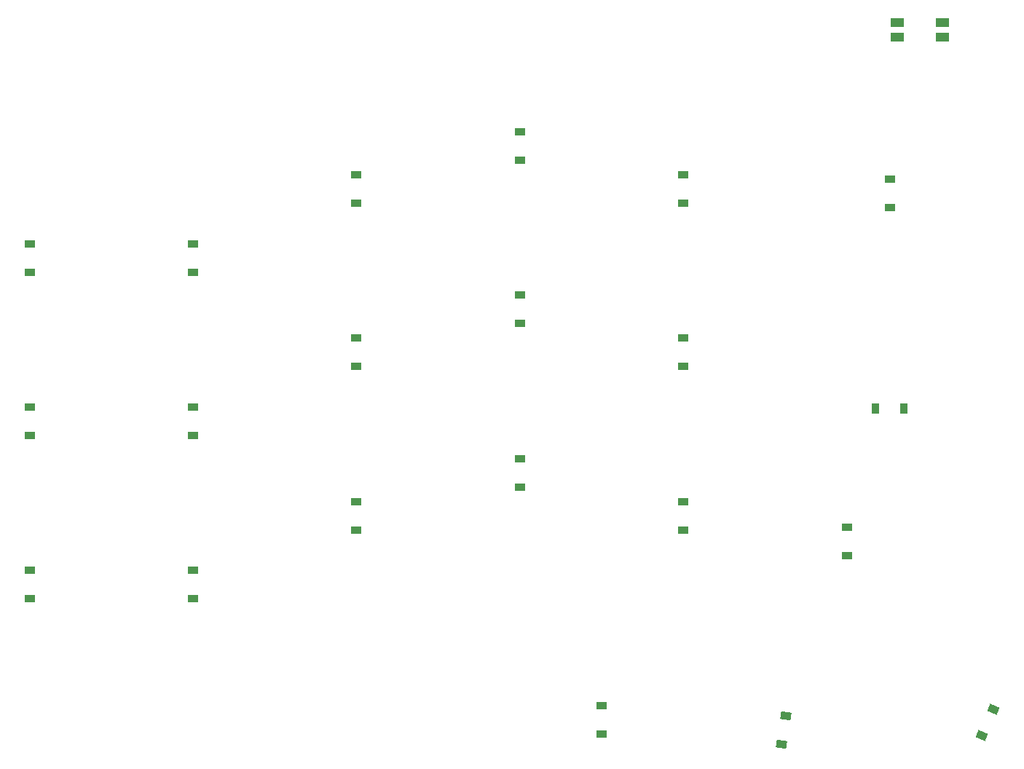
<source format=gbr>
%TF.GenerationSoftware,KiCad,Pcbnew,8.0.6*%
%TF.CreationDate,2024-12-24T11:18:05+01:00*%
%TF.ProjectId,left,6c656674-2e6b-4696-9361-645f70636258,v1.0.0*%
%TF.SameCoordinates,Original*%
%TF.FileFunction,Paste,Top*%
%TF.FilePolarity,Positive*%
%FSLAX46Y46*%
G04 Gerber Fmt 4.6, Leading zero omitted, Abs format (unit mm)*
G04 Created by KiCad (PCBNEW 8.0.6) date 2024-12-24 11:18:05*
%MOMM*%
%LPD*%
G01*
G04 APERTURE LIST*
G04 Aperture macros list*
%AMRotRect*
0 Rectangle, with rotation*
0 The origin of the aperture is its center*
0 $1 length*
0 $2 width*
0 $3 Rotation angle, in degrees counterclockwise*
0 Add horizontal line*
21,1,$1,$2,0,0,$3*%
G04 Aperture macros list end*
%ADD10R,1.200000X0.900000*%
%ADD11RotRect,0.900000X1.200000X67.000000*%
%ADD12RotRect,0.900000X1.200000X82.000000*%
%ADD13R,1.550000X1.000000*%
%ADD14R,0.900000X1.200000*%
G04 APERTURE END LIST*
D10*
%TO.C,D4*%
X60500000Y-166150000D03*
X60500000Y-162850000D03*
%TD*%
%TO.C,D5*%
X60500000Y-147150000D03*
X60500000Y-143850000D03*
%TD*%
D11*
%TO.C,D19*%
X152233307Y-182019018D03*
X153522719Y-178981352D03*
%TD*%
D10*
%TO.C,D10*%
X98500000Y-153150000D03*
X98500000Y-149850000D03*
%TD*%
D12*
%TO.C,D18*%
X128919265Y-183055232D03*
X129378537Y-179787348D03*
%TD*%
D10*
%TO.C,D8*%
X79500000Y-139150000D03*
X79500000Y-135850000D03*
%TD*%
%TO.C,D21*%
X141500000Y-120650000D03*
X141500000Y-117350000D03*
%TD*%
%TO.C,D6*%
X60500000Y-128150000D03*
X60500000Y-124850000D03*
%TD*%
%TO.C,D11*%
X98500000Y-134150000D03*
X98500000Y-130850000D03*
%TD*%
%TO.C,D1*%
X41500000Y-166150000D03*
X41500000Y-162850000D03*
%TD*%
%TO.C,D3*%
X41500000Y-128150000D03*
X41500000Y-124850000D03*
%TD*%
%TO.C,D14*%
X117500000Y-139150000D03*
X117500000Y-135850000D03*
%TD*%
%TO.C,D7*%
X79500000Y-158150000D03*
X79500000Y-154850000D03*
%TD*%
%TO.C,D17*%
X108000000Y-181900000D03*
X108000000Y-178600000D03*
%TD*%
D13*
%TO.C,B1*%
X142375000Y-99150000D03*
X147625000Y-99150000D03*
X142375000Y-100850000D03*
X147625000Y-100850000D03*
%TD*%
D10*
%TO.C,D16*%
X136500000Y-161150000D03*
X136500000Y-157850000D03*
%TD*%
%TO.C,D9*%
X79500000Y-120150000D03*
X79500000Y-116850000D03*
%TD*%
%TO.C,D15*%
X117500000Y-120150000D03*
X117500000Y-116850000D03*
%TD*%
%TO.C,D2*%
X41500000Y-147150000D03*
X41500000Y-143850000D03*
%TD*%
%TO.C,D12*%
X98500000Y-115150000D03*
X98500000Y-111850000D03*
%TD*%
%TO.C,D13*%
X117500000Y-158150000D03*
X117500000Y-154850000D03*
%TD*%
D14*
%TO.C,D20*%
X143150000Y-144000000D03*
X139850000Y-144000000D03*
%TD*%
M02*

</source>
